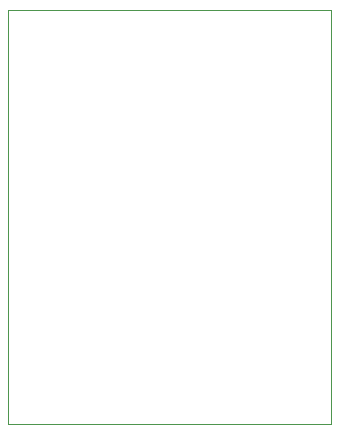
<source format=gbr>
%TF.GenerationSoftware,Altium Limited,Altium Designer,23.10.1 (27)*%
G04 Layer_Color=0*
%FSLAX45Y45*%
%MOMM*%
%TF.SameCoordinates,AAB5F705-4A64-4C07-BC12-B6E9AAE413D5*%
%TF.FilePolarity,Positive*%
%TF.FileFunction,Profile,NP*%
%TF.Part,Single*%
G01*
G75*
%TA.AperFunction,Profile*%
%ADD30C,0.02540*%
D30*
X12865100Y2730500D02*
Y6235700D01*
X15595599D01*
Y2730500D01*
X12865100D01*
%TF.MD5,c1b0de074bf43942cba6cf5622ce83c7*%
M02*

</source>
